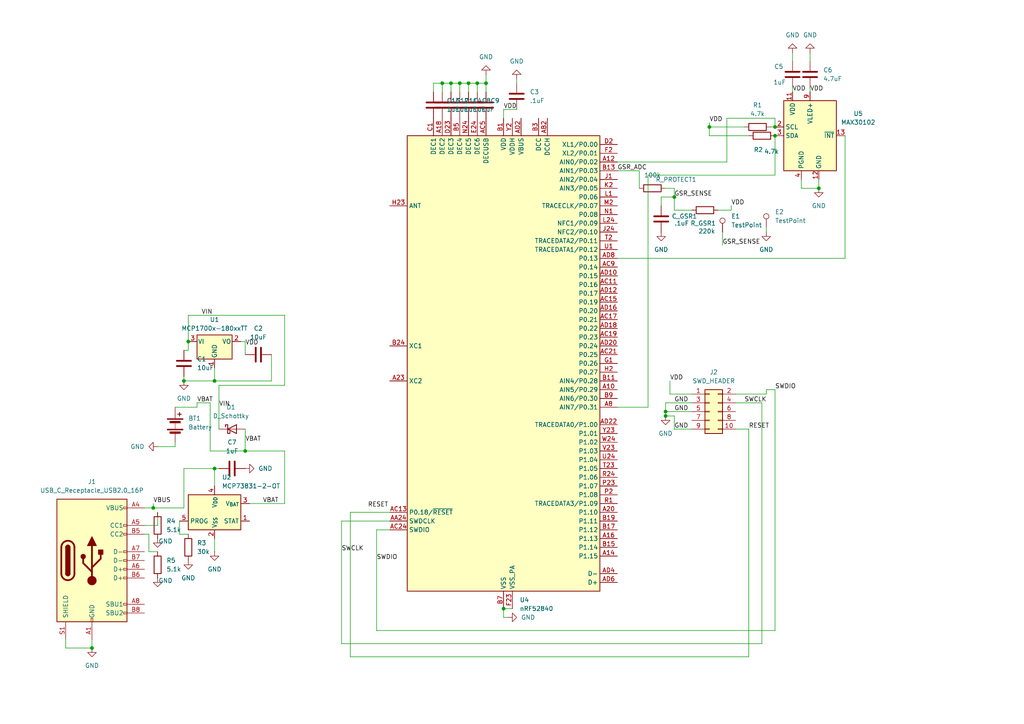
<source format=kicad_sch>
(kicad_sch (version 20250114) (generator "eeschema") (generator_version "9.0")
  (paper "A4")
  (lib_symbols
    (symbol "Battery_Management:MCP73831-2-OT"
      (property "Reference" "U" (at -7.62 6.35 0))
      (property "Value" "MCP73831-2-OT" (at 1.27 6.35 0))
      (symbol "MCP73831-2-OT_0_1"
        (rectangle (start -7.62 5.08) (end 7.62 -5.08) (stroke (width 0.254)) (fill (type background)))
      )
      (symbol "MCP73831-2-OT_1_1"
        (pin input line (at -10.16 -2.54 0) (length 2.54) (name "PROG") (number "5"))
        (pin power_in line (at 0 7.62 270) (length 2.54) (name "V_{DD}") (number "4"))
        (pin power_in line (at 0 -7.62 90) (length 2.54) (name "V_{SS}") (number "2"))
        (pin power_out line (at 10.16 2.54 180) (length 2.54) (name "V_{BAT}") (number "3"))
        (pin tri_state line (at 10.16 -2.54 180) (length 2.54) (name "STAT") (number "1"))
      )
    )
    (symbol "Connector:TestPoint" (pin_numbers (hide yes)) (pin_names (offset 0.762) (hide yes))
      (property "Reference" "TP" (at 0 6.858 0))
      (property "Value" "TestPoint" (at 0 5.08 0))
      (symbol "TestPoint_0_1"
        (circle (center 0 3.302) (radius 0.762))
      )
      (symbol "TestPoint_1_1"
        (pin passive line (at 0 0 90) (length 2.54) (name "1") (number "1"))
      )
    )
    (symbol "Connector:USB_C_Receptacle_USB2.0_16P" (pin_names (offset 1.016))
      (property "Reference" "J" (at 0 22.225 0))
      (property "Value" "USB_C_Receptacle_USB2.0_16P" (at 0 19.685 0))
      (symbol "USB_C_Receptacle_USB2.0_16P_0_0"
        (rectangle (start -0.254 -17.78) (end 0.254 -16.764))
        (rectangle (start 10.16 15.494) (end 9.144 14.986))
        (rectangle (start 10.16 10.414) (end 9.144 9.906))
        (rectangle (start 10.16 7.874) (end 9.144 7.366))
        (rectangle (start 10.16 2.794) (end 9.144 2.286))
        (rectangle (start 10.16 0.254) (end 9.144 -0.254))
        (rectangle (start 10.16 -2.286) (end 9.144 -2.794))
        (rectangle (start 10.16 -4.826) (end 9.144 -5.334))
        (rectangle (start 10.16 -12.446) (end 9.144 -12.954))
        (rectangle (start 10.16 -14.986) (end 9.144 -15.494))
      )
      (symbol "USB_C_Receptacle_USB2.0_16P_0_1"
        (rectangle (start -10.16 17.78) (end 10.16 -17.78) (stroke (width 0.254)) (fill (type background)))
        (polyline (pts (xy -8.89 -3.81) (xy -8.89 3.81)) (stroke (width 0.508)))
        (rectangle (start -7.62 -3.81) (end -6.35 3.81) (stroke (width 0.254)) (fill (type outline)))
        (arc (start -7.62 3.81) (mid -6.985 4.4423) (end -6.35 3.81) (stroke (width 0.254)))
        (arc (start -7.62 3.81) (mid -6.985 4.4423) (end -6.35 3.81) (stroke (width 0.254)) (fill (type outline)))
        (arc (start -8.89 3.81) (mid -6.985 5.7067) (end -5.08 3.81) (stroke (width 0.508)))
        (arc (start -5.08 -3.81) (mid -6.985 -5.7067) (end -8.89 -3.81) (stroke (width 0.508)))
        (arc (start -6.35 -3.81) (mid -6.985 -4.4423) (end -7.62 -3.81) (stroke (width 0.254)))
        (arc (start -6.35 -3.81) (mid -6.985 -4.4423) (end -7.62 -3.81) (stroke (width 0.254)) (fill (type outline)))
        (polyline (pts (xy -5.08 3.81) (xy -5.08 -3.81)) (stroke (width 0.508)))
        (circle (center -2.54 1.143) (radius 0.635) (stroke (width 0.254)) (fill (type outline)))
        (polyline (pts (xy -1.27 4.318) (xy 0 6.858) (xy 1.27 4.318) (xy -1.27 4.318)) (stroke (width 0.254)) (fill (type outline)))
        (polyline (pts (xy 0 -2.032) (xy 2.54 0.508) (xy 2.54 1.778)) (stroke (width 0.508)))
        (polyline (pts (xy 0 -3.302) (xy -2.54 -0.762) (xy -2.54 0.508)) (stroke (width 0.508)))
        (polyline (pts (xy 0 -5.842) (xy 0 4.318)) (stroke (width 0.508)))
        (circle (center 0 -5.842) (radius 1.27) (fill (type outline)))
        (rectangle (start 1.905 1.778) (end 3.175 3.048) (stroke (width 0.254)) (fill (type outline)))
      )
      (symbol "USB_C_Receptacle_USB2.0_16P_1_1"
        (pin passive line (at -7.62 -22.86 90) (length 5.08) (name "SHIELD") (number "S1"))
        (pin passive line (at 0 -22.86 90) (length 5.08) (name "GND") (number "A1"))
        (pin passive line (at 0 -22.86 90) (length 5.08) (hide yes) (name "GND") (number "A12"))
        (pin passive line (at 0 -22.86 90) (length 5.08) (hide yes) (name "GND") (number "B1"))
        (pin passive line (at 0 -22.86 90) (length 5.08) (hide yes) (name "GND") (number "B12"))
        (pin passive line (at 15.24 15.24 180) (length 5.08) (name "VBUS") (number "A4"))
        (pin passive line (at 15.24 15.24 180) (length 5.08) (hide yes) (name "VBUS") (number "A9"))
        (pin passive line (at 15.24 15.24 180) (length 5.08) (hide yes) (name "VBUS") (number "B4"))
        (pin passive line (at 15.24 15.24 180) (length 5.08) (hide yes) (name "VBUS") (number "B9"))
        (pin bidirectional line (at 15.24 10.16 180) (length 5.08) (name "CC1") (number "A5"))
        (pin bidirectional line (at 15.24 7.62 180) (length 5.08) (name "CC2") (number "B5"))
        (pin bidirectional line (at 15.24 2.54 180) (length 5.08) (name "D-") (number "A7"))
        (pin bidirectional line (at 15.24 0 180) (length 5.08) (name "D-") (number "B7"))
        (pin bidirectional line (at 15.24 -2.54 180) (length 5.08) (name "D+") (number "A6"))
        (pin bidirectional line (at 15.24 -5.08 180) (length 5.08) (name "D+") (number "B6"))
        (pin bidirectional line (at 15.24 -12.7 180) (length 5.08) (name "SBU1") (number "A8"))
        (pin bidirectional line (at 15.24 -15.24 180) (length 5.08) (name "SBU2") (number "B8"))
      )
    )
    (symbol "Connector_Generic:Conn_02x05_Odd_Even" (pin_names (offset 1.016) (hide yes))
      (property "Reference" "J" (at 1.27 7.62 0))
      (property "Value" "Conn_02x05_Odd_Even" (at 1.27 -7.62 0))
      (symbol "Conn_02x05_Odd_Even_1_1"
        (rectangle (start -1.27 6.35) (end 3.81 -6.35) (stroke (width 0.254)) (fill (type background)))
        (rectangle (start -1.27 5.207) (end 0 4.953) (stroke (width 0.1524)))
        (rectangle (start -1.27 2.667) (end 0 2.413) (stroke (width 0.1524)))
        (rectangle (start -1.27 0.127) (end 0 -0.127) (stroke (width 0.1524)))
        (rectangle (start -1.27 -2.413) (end 0 -2.667) (stroke (width 0.1524)))
        (rectangle (start -1.27 -4.953) (end 0 -5.207) (stroke (width 0.1524)))
        (rectangle (start 3.81 5.207) (end 2.54 4.953) (stroke (width 0.1524)))
        (rectangle (start 3.81 2.667) (end 2.54 2.413) (stroke (width 0.1524)))
        (rectangle (start 3.81 0.127) (end 2.54 -0.127) (stroke (width 0.1524)))
        (rectangle (start 3.81 -2.413) (end 2.54 -2.667) (stroke (width 0.1524)))
        (rectangle (start 3.81 -4.953) (end 2.54 -5.207) (stroke (width 0.1524)))
        (pin passive line (at -5.08 5.08 0) (length 3.81) (name "Pin_1") (number "1"))
        (pin passive line (at -5.08 2.54 0) (length 3.81) (name "Pin_3") (number "3"))
        (pin passive line (at -5.08 0 0) (length 3.81) (name "Pin_5") (number "5"))
        (pin passive line (at -5.08 -2.54 0) (length 3.81) (name "Pin_7") (number "7"))
        (pin passive line (at -5.08 -5.08 0) (length 3.81) (name "Pin_9") (number "9"))
        (pin passive line (at 7.62 5.08 180) (length 3.81) (name "Pin_2") (number "2"))
        (pin passive line (at 7.62 2.54 180) (length 3.81) (name "Pin_4") (number "4"))
        (pin passive line (at 7.62 0 180) (length 3.81) (name "Pin_6") (number "6"))
        (pin passive line (at 7.62 -2.54 180) (length 3.81) (name "Pin_8") (number "8"))
        (pin passive line (at 7.62 -5.08 180) (length 3.81) (name "Pin_10") (number "10"))
      )
    )
    (symbol "Device:Battery" (pin_numbers (hide yes)) (pin_names (offset 0) (hide yes))
      (property "Reference" "BT" (at 2.54 2.54 0))
      (property "Value" "Battery" (at 2.54 0 0))
      (symbol "Battery_0_1"
        (rectangle (start -2.286 1.778) (end 2.286 1.524) (fill (type outline)))
        (rectangle (start -2.286 -1.27) (end 2.286 -1.524) (fill (type outline)))
        (rectangle (start -1.524 1.016) (end 1.524 0.508) (fill (type outline)))
        (rectangle (start -1.524 -2.032) (end 1.524 -2.54) (fill (type outline)))
        (polyline (pts (xy 0 1.778) (xy 0 2.54)))
        (polyline (pts (xy 0 0) (xy 0 0.254)))
        (polyline (pts (xy 0 -0.508) (xy 0 -0.254)))
        (polyline (pts (xy 0 -1.016) (xy 0 -0.762)))
        (polyline (pts (xy 0.762 3.048) (xy 1.778 3.048)) (stroke (width 0.254)))
        (polyline (pts (xy 1.27 3.556) (xy 1.27 2.54)) (stroke (width 0.254)))
      )
      (symbol "Battery_1_1"
        (pin passive line (at 0 5.08 270) (length 2.54) (name "+") (number "1"))
        (pin passive line (at 0 -5.08 90) (length 2.54) (name "-") (number "2"))
      )
    )
    (symbol "Device:C" (pin_numbers (hide yes)) (pin_names (offset 0.254))
      (property "Reference" "C" (at 0.635 2.54 0))
      (property "Value" "C" (at 0.635 -2.54 0))
      (symbol "C_0_1"
        (polyline (pts (xy -2.032 0.762) (xy 2.032 0.762)) (stroke (width 0.508)))
        (polyline (pts (xy -2.032 -0.762) (xy 2.032 -0.762)) (stroke (width 0.508)))
      )
      (symbol "C_1_1"
        (pin passive line (at 0 3.81 270) (length 2.794) (name "~") (number "1"))
        (pin passive line (at 0 -3.81 90) (length 2.794) (name "~") (number "2"))
      )
    )
    (symbol "Device:D_Schottky" (pin_numbers (hide yes)) (pin_names (offset 1.016) (hide yes))
      (property "Reference" "D" (at 0 2.54 0))
      (property "Value" "D_Schottky" (at 0 -2.54 0))
      (symbol "D_Schottky_0_1"
        (polyline (pts (xy -1.905 0.635) (xy -1.905 1.27) (xy -1.27 1.27) (xy -1.27 -1.27) (xy -0.635 -1.27) (xy -0.635 -0.635)) (stroke (width 0.254)))
        (polyline (pts (xy 1.27 1.27) (xy 1.27 -1.27) (xy -1.27 0) (xy 1.27 1.27)) (stroke (width 0.254)))
        (polyline (pts (xy 1.27 0) (xy -1.27 0)))
      )
      (symbol "D_Schottky_1_1"
        (pin passive line (at -3.81 0 0) (length 2.54) (name "K") (number "1"))
        (pin passive line (at 3.81 0 180) (length 2.54) (name "A") (number "2"))
      )
    )
    (symbol "Device:R" (pin_numbers (hide yes)) (pin_names (offset 0))
      (property "Reference" "R" (at 2.032 0 90))
      (property "Value" "R" (at 0 0 90))
      (symbol "R_0_1"
        (rectangle (start -1.016 -2.54) (end 1.016 2.54) (stroke (width 0.254)))
      )
      (symbol "R_1_1"
        (pin passive line (at 0 3.81 270) (length 1.27) (name "~") (number "1"))
        (pin passive line (at 0 -3.81 90) (length 1.27) (name "~") (number "2"))
      )
    )
    (symbol "MCU_Nordic:nRF52840"
      (property "Reference" "U" (at 0 5.08 0))
      (property "Value" "nRF52840" (at 0 2.54 0))
      (symbol "nRF52840_0_1"
        (rectangle (start -27.94 66.04) (end 27.94 -66.04) (stroke (width 0.254)) (fill (type background)))
      )
      (symbol "nRF52840_1_1"
        (pin passive line (at -33.02 45.72 0) (length 5.08) (name "ANT") (number "H23"))
        (pin input line (at -33.02 5.08 0) (length 5.08) (name "XC1") (number "B24"))
        (pin input line (at -33.02 -5.08 0) (length 5.08) (name "XC2") (number "A23"))
        (pin bidirectional line (at -33.02 -43.18 0) (length 5.08) (name "P0.18/~{RESET}") (number "AC13"))
        (pin input line (at -33.02 -45.72 0) (length 5.08) (name "SWDCLK") (number "AA24"))
        (pin bidirectional line (at -33.02 -48.26 0) (length 5.08) (name "SWDIO") (number "AC24"))
        (pin passive line (at -20.32 71.12 270) (length 5.08) (name "DEC1") (number "C1"))
        (pin passive line (at -17.78 71.12 270) (length 5.08) (name "DEC2") (number "A18"))
        (pin passive line (at -15.24 71.12 270) (length 5.08) (name "DEC3") (number "D23"))
        (pin passive line (at -12.7 71.12 270) (length 5.08) (name "DEC4") (number "B5"))
        (pin passive line (at -10.16 71.12 270) (length 5.08) (name "DEC5") (number "N24"))
        (pin passive line (at -7.62 71.12 270) (length 5.08) (name "DEC6") (number "E24"))
        (pin passive line (at -5.08 71.12 270) (length 5.08) (name "DECUSB") (number "AC5"))
        (pin passive line (at 0 71.12 270) (length 5.08) (hide yes) (name "VDD") (number "A22"))
        (pin passive line (at 0 71.12 270) (length 5.08) (hide yes) (name "VDD") (number "AD14"))
        (pin passive line (at 0 71.12 270) (length 5.08) (hide yes) (name "VDD") (number "AD23"))
        (pin power_in line (at 0 71.12 270) (length 5.08) (name "VDD") (number "B1"))
        (pin passive line (at 0 71.12 270) (length 5.08) (hide yes) (name "VDD") (number "W1"))
        (pin power_in line (at 0 -71.12 90) (length 5.08) (name "VSS") (number "B7"))
        (pin passive line (at 0 -71.12 90) (length 5.08) (hide yes) (name "VSS") (number "EP"))
        (pin power_in line (at 2.54 71.12 270) (length 5.08) (name "VDDH") (number "Y2"))
        (pin power_in line (at 2.54 -71.12 90) (length 5.08) (name "VSS_PA") (number "F23"))
        (pin power_in line (at 5.08 71.12 270) (length 5.08) (name "VBUS") (number "AD2"))
        (pin power_out line (at 10.16 71.12 270) (length 5.08) (name "DCC") (number "B3"))
        (pin power_out line (at 12.7 71.12 270) (length 5.08) (name "DCCH") (number "AB2"))
        (pin bidirectional line (at 33.02 63.5 180) (length 5.08) (name "XL1/P0.00") (number "D2"))
        (pin bidirectional line (at 33.02 60.96 180) (length 5.08) (name "XL2/P0.01") (number "F2"))
        (pin bidirectional line (at 33.02 58.42 180) (length 5.08) (name "AIN0/P0.02") (number "A12"))
        (pin bidirectional line (at 33.02 55.88 180) (length 5.08) (name "AIN1/P0.03") (number "B13"))
        (pin bidirectional line (at 33.02 53.34 180) (length 5.08) (name "AIN2/P0.04") (number "J1"))
        (pin bidirectional line (at 33.02 50.8 180) (length 5.08) (name "AIN3/P0.05") (number "K2"))
        (pin bidirectional line (at 33.02 48.26 180) (length 5.08) (name "P0.06") (number "L1"))
        (pin bidirectional line (at 33.02 45.72 180) (length 5.08) (name "TRACECLK/P0.07") (number "M2"))
        (pin bidirectional line (at 33.02 43.18 180) (length 5.08) (name "P0.08") (number "N1"))
        (pin bidirectional line (at 33.02 40.64 180) (length 5.08) (name "NFC1/P0.09") (number "L24"))
        (pin bidirectional line (at 33.02 38.1 180) (length 5.08) (name "NFC2/P0.10") (number "J24"))
        (pin bidirectional line (at 33.02 35.56 180) (length 5.08) (name "TRACEDATA2/P0.11") (number "T2"))
        (pin bidirectional line (at 33.02 33.02 180) (length 5.08) (name "TRACEDATA1/P0.12") (number "U1"))
        (pin bidirectional line (at 33.02 30.48 180) (length 5.08) (name "P0.13") (number "AD8"))
        (pin bidirectional line (at 33.02 27.94 180) (length 5.08) (name "P0.14") (number "AC9"))
        (pin bidirectional line (at 33.02 25.4 180) (length 5.08) (name "P0.15") (number "AD10"))
        (pin bidirectional line (at 33.02 22.86 180) (length 5.08) (name "P0.16") (number "AC11"))
        (pin bidirectional line (at 33.02 20.32 180) (length 5.08) (name "P0.17") (number "AD12"))
        (pin bidirectional line (at 33.02 17.78 180) (length 5.08) (name "P0.19") (number "AC15"))
        (pin bidirectional line (at 33.02 15.24 180) (length 5.08) (name "P0.20") (number "AD16"))
        (pin bidirectional line (at 33.02 12.7 180) (length 5.08) (name "P0.21") (number "AC17"))
        (pin bidirectional line (at 33.02 10.16 180) (length 5.08) (name "P0.22") (number "AD18"))
        (pin bidirectional line (at 33.02 7.62 180) (length 5.08) (name "P0.23") (number "AC19"))
        (pin bidirectional line (at 33.02 5.08 180) (length 5.08) (name "P0.24") (number "AD20"))
        (pin bidirectional line (at 33.02 2.54 180) (length 5.08) (name "P0.25") (number "AC21"))
        (pin bidirectional line (at 33.02 0 180) (length 5.08) (name "P0.26") (number "G1"))
        (pin bidirectional line (at 33.02 -2.54 180) (length 5.08) (name "P0.27") (number "H2"))
        (pin bidirectional line (at 33.02 -5.08 180) (length 5.08) (name "AIN4/P0.28") (number "B11"))
        (pin bidirectional line (at 33.02 -7.62 180) (length 5.08) (name "AIN5/P0.29") (number "A10"))
        (pin bidirectional line (at 33.02 -10.16 180) (length 5.08) (name "AIN6/P0.30") (number "B9"))
        (pin bidirectional line (at 33.02 -12.7 180) (length 5.08) (name "AIN7/P0.31") (number "A8"))
        (pin bidirectional line (at 33.02 -17.78 180) (length 5.08) (name "TRACEDATA0/P1.00") (number "AD22"))
        (pin bidirectional line (at 33.02 -20.32 180) (length 5.08) (name "P1.01") (number "Y23"))
        (pin bidirectional line (at 33.02 -22.86 180) (length 5.08) (name "P1.02") (number "W24"))
        (pin bidirectional line (at 33.02 -25.4 180) (length 5.08) (name "P1.03") (number "V23"))
        (pin bidirectional line (at 33.02 -27.94 180) (length 5.08) (name "P1.04") (number "U24"))
        (pin bidirectional line (at 33.02 -30.48 180) (length 5.08) (name "P1.05") (number "T23"))
        (pin bidirectional line (at 33.02 -33.02 180) (length 5.08) (name "P1.06") (number "R24"))
        (pin bidirectional line (at 33.02 -35.56 180) (length 5.08) (name "P1.07") (number "P23"))
        (pin bidirectional line (at 33.02 -38.1 180) (length 5.08) (name "P1.08") (number "P2"))
        (pin bidirectional line (at 33.02 -40.64 180) (length 5.08) (name "TRACEDATA3/P1.09") (number "R1"))
        (pin bidirectional line (at 33.02 -43.18 180) (length 5.08) (name "P1.10") (number "A20"))
        (pin bidirectional line (at 33.02 -45.72 180) (length 5.08) (name "P1.11") (number "B19"))
        (pin bidirectional line (at 33.02 -48.26 180) (length 5.08) (name "P1.12") (number "B17"))
        (pin bidirectional line (at 33.02 -50.8 180) (length 5.08) (name "P1.13") (number "A16"))
        (pin bidirectional line (at 33.02 -53.34 180) (length 5.08) (name "P1.14") (number "B15"))
        (pin bidirectional line (at 33.02 -55.88 180) (length 5.08) (name "P1.15") (number "A14"))
        (pin bidirectional line (at 33.02 -60.96 180) (length 5.08) (name "D-") (number "AD4"))
        (pin bidirectional line (at 33.02 -63.5 180) (length 5.08) (name "D+") (number "AD6"))
      )
    )
    (symbol "Regulator_Linear:MCP1700x-180xxTT" (pin_names (offset 0.254))
      (property "Reference" "U" (at -3.81 3.175 0))
      (property "Value" "MCP1700x-180xxTT" (at 0 3.175 0))
      (symbol "MCP1700x-180xxTT_0_1"
        (rectangle (start -5.08 1.905) (end 5.08 -5.08) (stroke (width 0.254)) (fill (type background)))
      )
      (symbol "MCP1700x-180xxTT_1_1"
        (pin power_in line (at -7.62 0 0) (length 2.54) (name "VI") (number "3"))
        (pin power_in line (at 0 -7.62 90) (length 2.54) (name "GND") (number "1"))
        (pin power_out line (at 7.62 0 180) (length 2.54) (name "VO") (number "2"))
      )
    )
    (symbol "Sensor:MAX30102"
      (property "Reference" "U" (at 7.62 15.24 0))
      (property "Value" "MAX30102" (at 7.62 12.7 0))
      (symbol "MAX30102_0_1"
        (rectangle (start -7.62 10.16) (end 7.62 -10.16) (stroke (width 0.254)) (fill (type background)))
      )
      (symbol "MAX30102_1_1"
        (pin input line (at -10.16 2.54 0) (length 2.54) (name "SCL") (number "2"))
        (pin bidirectional line (at -10.16 0 0) (length 2.54) (name "SDA") (number "3"))
        (pin no_connect line (at -7.62 5.08 0) (length 2.54) (hide yes) (name "NC") (number "1"))
        (pin no_connect line (at -7.62 -2.54 0) (length 2.54) (hide yes) (name "NC") (number "7"))
        (pin power_in line (at -5.08 12.7 270) (length 2.54) (name "VDD") (number "11"))
        (pin power_in line (at -2.54 -12.7 90) (length 2.54) (name "PGND") (number "4"))
        (pin passive line (at 0 12.7 270) (length 2.54) (hide yes) (name "VLED+") (number "10"))
        (pin power_in line (at 0 12.7 270) (length 2.54) (name "VLED+") (number "9"))
        (pin power_in line (at 2.54 -12.7 90) (length 2.54) (name "GND") (number "12"))
        (pin no_connect line (at 7.62 5.08 180) (length 2.54) (hide yes) (name "NC") (number "8"))
        (pin no_connect line (at 7.62 2.54 180) (length 2.54) (hide yes) (name "NC") (number "14"))
        (pin no_connect line (at 7.62 -5.08 180) (length 2.54) (hide yes) (name "NC") (number "6"))
        (pin no_connect line (at 7.62 -7.62 180) (length 2.54) (hide yes) (name "NC") (number "5"))
        (pin output line (at 10.16 0 180) (length 2.54) (name "~{INT}") (number "13"))
      )
    )
    (symbol "power:GND" (power) (pin_numbers (hide yes)) (pin_names (offset 0) (hide yes))
      (property "Value" "GND" (at 0 -3.81 0))
      (symbol "GND_0_1"
        (polyline (pts (xy 0 0) (xy 0 -1.27) (xy 1.27 -1.27) (xy 0 -2.54) (xy -1.27 -1.27) (xy 0 -1.27)))
      )
      (symbol "GND_1_1"
        (pin power_in line (at 0 0 270) (length 0) (name "~") (number "1"))
      )
    )
  )
  (junction (at 53.34 110.49))
  (junction (at 140.97 24.13))
  (junction (at 193.04 120.65))
  (junction (at 195.58 57.15))
  (junction (at 205.74 36.83))
  (junction (at 146.05 176.53))
  (junction (at 224.79 36.83))
  (junction (at 130.81 24.13))
  (junction (at 62.23 135.89))
  (junction (at 193.04 119.38))
  (junction (at 62.23 110.49))
  (junction (at 237.49 54.61))
  (junction (at 128.27 24.13))
  (junction (at 224.79 39.37))
  (junction (at 133.35 24.13))
  (junction (at 135.89 24.13))
  (junction (at 71.12 130.81))
  (junction (at 54.61 99.06))
  (junction (at 26.67 187.96))
  (junction (at 44.45 147.32))
  (junction (at 138.43 24.13))
  (wire (pts (xy 138.43 24.13) (xy 140.97 24.13)))
  (wire (pts (xy 53.34 109.22) (xy 53.34 110.49)))
  (wire (pts (xy 213.36 116.84) (xy 220.98 116.84)))
  (wire (pts (xy 125.73 24.13) (xy 128.27 24.13)))
  (wire (pts (xy 194.31 114.3) (xy 194.31 110.49)))
  (wire (pts (xy 101.6 148.59) (xy 101.6 190.5)))
  (wire (pts (xy 41.91 147.32) (xy 44.45 147.32)))
  (wire (pts (xy 224.79 113.03) (xy 222.25 113.03)))
  (wire (pts (xy 191.77 59.69) (xy 191.77 57.15)))
  (wire (pts (xy 179.07 46.99) (xy 210.82 46.99)))
  (wire (pts (xy 44.45 146.05) (xy 44.45 147.32)))
  (wire (pts (xy 99.06 151.13) (xy 113.03 151.13)))
  (wire (pts (xy 45.72 148.59) (xy 45.72 152.4)))
  (wire (pts (xy 60.96 130.81) (xy 71.12 130.81)))
  (wire (pts (xy 53.34 147.32) (xy 53.34 135.89)))
  (wire (pts (xy 208.28 60.96) (xy 212.09 60.96)))
  (wire (pts (xy 45.72 160.02) (xy 43.18 160.02)))
  (wire (pts (xy 210.82 34.29) (xy 224.79 34.29)))
  (wire (pts (xy 45.72 129.54) (xy 50.8 129.54)))
  (wire (pts (xy 229.87 25.4) (xy 229.87 26.67)))
  (wire (pts (xy 57.15 118.11) (xy 57.15 116.84)))
  (wire (pts (xy 234.95 15.24) (xy 234.95 17.78)))
  (wire (pts (xy 146.05 176.53) (xy 148.59 176.53)))
  (wire (pts (xy 63.5 124.46) (xy 63.5 111.76)))
  (wire (pts (xy 200.66 124.46) (xy 195.58 124.46)))
  (wire (pts (xy 62.23 156.21) (xy 62.23 160.02)))
  (wire (pts (xy 149.86 22.86) (xy 149.86 24.13)))
  (wire (pts (xy 224.79 113.03) (xy 224.79 182.88)))
  (wire (pts (xy 71.12 124.46) (xy 71.12 130.81)))
  (wire (pts (xy 53.34 110.49) (xy 62.23 110.49)))
  (wire (pts (xy 62.23 135.89) (xy 63.5 135.89)))
  (wire (pts (xy 195.58 57.15) (xy 195.58 60.96)))
  (wire (pts (xy 187.96 50.8) (xy 224.79 50.8)))
  (wire (pts (xy 130.81 24.13) (xy 133.35 24.13)))
  (wire (pts (xy 71.12 99.06) (xy 71.12 102.87)))
  (wire (pts (xy 50.8 118.11) (xy 57.15 118.11)))
  (wire (pts (xy 195.58 120.65) (xy 193.04 120.65)))
  (wire (pts (xy 109.22 153.67) (xy 109.22 182.88)))
  (wire (pts (xy 220.98 116.84) (xy 220.98 186.69)))
  (wire (pts (xy 200.66 114.3) (xy 194.31 114.3)))
  (wire (pts (xy 217.17 190.5) (xy 217.17 124.46)))
  (wire (pts (xy 62.23 135.89) (xy 62.23 140.97)))
  (wire (pts (xy 54.61 91.44) (xy 54.61 99.06)))
  (wire (pts (xy 209.55 71.12) (xy 209.55 67.31)))
  (wire (pts (xy 43.18 154.94) (xy 41.91 154.94)))
  (wire (pts (xy 232.41 52.07) (xy 232.41 54.61)))
  (wire (pts (xy 205.74 39.37) (xy 217.17 39.37)))
  (wire (pts (xy 19.05 187.96) (xy 26.67 187.96)))
  (wire (pts (xy 146.05 176.53) (xy 146.05 179.07)))
  (wire (pts (xy 245.11 74.93) (xy 245.11 39.37)))
  (wire (pts (xy 52.07 151.13) (xy 52.07 154.94)))
  (wire (pts (xy 224.79 50.8) (xy 224.79 39.37)))
  (wire (pts (xy 50.8 128.27) (xy 50.8 129.54)))
  (wire (pts (xy 62.23 110.49) (xy 78.74 110.49)))
  (wire (pts (xy 193.04 54.61) (xy 195.58 54.61)))
  (wire (pts (xy 146.05 31.75) (xy 149.86 31.75)))
  (wire (pts (xy 140.97 24.13) (xy 140.97 26.67)))
  (wire (pts (xy 113.03 153.67) (xy 109.22 153.67)))
  (wire (pts (xy 52.07 154.94) (xy 54.61 154.94)))
  (wire (pts (xy 179.07 74.93) (xy 245.11 74.93)))
  (wire (pts (xy 187.96 118.11) (xy 187.96 50.8)))
  (wire (pts (xy 45.72 152.4) (xy 41.91 152.4)))
  (wire (pts (xy 224.79 34.29) (xy 224.79 36.83)))
  (wire (pts (xy 99.06 186.69) (xy 220.98 186.69)))
  (wire (pts (xy 146.05 179.07) (xy 147.32 179.07)))
  (wire (pts (xy 212.09 60.96) (xy 212.09 59.69)))
  (wire (pts (xy 232.41 54.61) (xy 237.49 54.61)))
  (wire (pts (xy 57.15 116.84) (xy 60.96 116.84)))
  (wire (pts (xy 54.61 101.6) (xy 53.34 101.6)))
  (wire (pts (xy 135.89 26.67) (xy 135.89 24.13)))
  (wire (pts (xy 133.35 24.13) (xy 135.89 24.13)))
  (wire (pts (xy 200.66 119.38) (xy 193.04 119.38)))
  (wire (pts (xy 195.58 54.61) (xy 195.58 57.15)))
  (wire (pts (xy 222.25 113.03) (xy 222.25 114.3)))
  (wire (pts (xy 82.55 91.44) (xy 54.61 91.44)))
  (wire (pts (xy 205.74 35.56) (xy 205.74 36.83)))
  (wire (pts (xy 26.67 185.42) (xy 26.67 187.96)))
  (wire (pts (xy 135.89 24.13) (xy 138.43 24.13)))
  (wire (pts (xy 53.34 135.89) (xy 62.23 135.89)))
  (wire (pts (xy 44.45 147.32) (xy 53.34 147.32)))
  (wire (pts (xy 63.5 111.76) (xy 82.55 111.76)))
  (wire (pts (xy 223.52 36.83) (xy 224.79 36.83)))
  (wire (pts (xy 200.66 60.96) (xy 195.58 60.96)))
  (wire (pts (xy 215.9 36.83) (xy 205.74 36.83)))
  (wire (pts (xy 128.27 24.13) (xy 130.81 24.13)))
  (wire (pts (xy 128.27 26.67) (xy 128.27 24.13)))
  (wire (pts (xy 19.05 185.42) (xy 19.05 187.96)))
  (wire (pts (xy 191.77 57.15) (xy 195.58 57.15)))
  (wire (pts (xy 71.12 99.06) (xy 69.85 99.06)))
  (wire (pts (xy 133.35 26.67) (xy 133.35 24.13)))
  (wire (pts (xy 210.82 46.99) (xy 210.82 34.29)))
  (wire (pts (xy 109.22 182.88) (xy 224.79 182.88)))
  (wire (pts (xy 179.07 118.11) (xy 187.96 118.11)))
  (wire (pts (xy 125.73 26.67) (xy 125.73 24.13)))
  (wire (pts (xy 234.95 26.67) (xy 234.95 25.4)))
  (wire (pts (xy 140.97 21.59) (xy 140.97 24.13)))
  (wire (pts (xy 60.96 116.84) (xy 60.96 130.81)))
  (wire (pts (xy 99.06 186.69) (xy 99.06 151.13)))
  (wire (pts (xy 82.55 130.81) (xy 82.55 146.05)))
  (wire (pts (xy 193.04 119.38) (xy 193.04 120.65)))
  (wire (pts (xy 138.43 26.67) (xy 138.43 24.13)))
  (wire (pts (xy 43.18 160.02) (xy 43.18 154.94)))
  (wire (pts (xy 82.55 111.76) (xy 82.55 91.44)))
  (wire (pts (xy 113.03 148.59) (xy 101.6 148.59)))
  (wire (pts (xy 101.6 190.5) (xy 217.17 190.5)))
  (wire (pts (xy 71.12 130.81) (xy 82.55 130.81)))
  (wire (pts (xy 146.05 34.29) (xy 146.05 31.75)))
  (wire (pts (xy 217.17 124.46) (xy 213.36 124.46)))
  (wire (pts (xy 78.74 102.87) (xy 78.74 110.49)))
  (wire (pts (xy 195.58 124.46) (xy 195.58 120.65)))
  (wire (pts (xy 82.55 146.05) (xy 72.39 146.05)))
  (wire (pts (xy 222.25 66.04) (xy 222.25 67.31)))
  (wire (pts (xy 62.23 106.68) (xy 62.23 110.49)))
  (wire (pts (xy 193.04 116.84) (xy 193.04 119.38)))
  (wire (pts (xy 185.42 49.53) (xy 179.07 49.53)))
  (wire (pts (xy 237.49 52.07) (xy 237.49 54.61)))
  (wire (pts (xy 200.66 116.84) (xy 193.04 116.84)))
  (wire (pts (xy 54.61 99.06) (xy 54.61 101.6)))
  (wire (pts (xy 130.81 26.67) (xy 130.81 24.13)))
  (wire (pts (xy 213.36 114.3) (xy 222.25 114.3)))
  (wire (pts (xy 185.42 54.61) (xy 185.42 49.53)))
  (wire (pts (xy 205.74 36.83) (xy 205.74 39.37)))
  (wire (pts (xy 229.87 15.24) (xy 229.87 17.78)))
  (label "GND" (at 195.58 119.38 0))
  (label "GSR_SENSE" (at 209.55 71.12 0))
  (label "VIN" (at 63.5 118.11 0))
  (label "VBAT" (at 57.15 116.84 0))
  (label "SWDIO" (at 109.22 162.56 0))
  (label "GSR_ADC" (at 179.07 49.53 0))
  (label "VDD" (at 71.12 100.33 0))
  (label "VDD" (at 212.09 59.69 0))
  (label "RESET" (at 217.17 124.46 0))
  (label "VBAT" (at 76.2 146.05 0))
  (label "VDD" (at 146.05 31.75 0))
  (label "GND" (at 195.58 124.46 0))
  (label "GND" (at 195.58 116.84 0))
  (label "VDD" (at 205.74 35.56 0))
  (label "VBUS" (at 44.45 146.05 0))
  (label "RESET" (at 106.68 147.32 0))
  (label "SWCLK" (at 215.9 116.84 0))
  (label "GSR_SENSE" (at 195.58 57.15 0))
  (label "VDD" (at 194.31 110.49 0))
  (label "VBAT" (at 71.12 128.27 0))
  (label "SWCLK" (at 99.06 160.02 0))
  (label "VIN" (at 58.42 91.44 0))
  (label "VDD" (at 234.95 26.67 0))
  (label "VDD" (at 229.87 26.67 0))
  (label "SWDIO" (at 224.79 113.03 0))
  (symbol (lib_id "Device:R") (at 54.61 158.75 0) (unit 1)
    (property "Reference" "R3" (at 57.15 157.4799 0) (effects (justify left)))
    (property "Value" "30k" (at 57.15 160.0199 0) (effects (justify left)))
    (property "Footprint" "Resistor_SMD:R_0603_1608Metric" (effects (hide yes)))
    (property "Description" "Resistor" (effects (hide yes)))
  )
  (symbol (lib_id "Device:R") (at 189.23 54.61 90) (unit 1)
    (property "Reference" "R_PROTECT1" (at 196.088 52.07 90))
    (property "Value" "100k" (at 189.23 50.8 90))
    (property "Footprint" "Resistor_SMD:R_0603_1608Metric" (effects (hide yes)))
    (property "Description" "Resistor" (effects (hide yes)))
  )
  (symbol (lib_id "power:GND") (at 237.49 54.61 0) (unit 1)
    (property "Reference" "#PWR05" (effects (hide yes)))
    (property "Value" "GND" (at 237.49 59.69 0))
    (property "Description" "Power symbol creates a global label with name \"GND\" , ground" (effects (hide yes)))
  )
  (symbol (lib_id "Device:R") (at 204.47 60.96 90) (unit 1)
    (property "Reference" "R_GSR1" (at 203.962 64.77 90))
    (property "Value" "220k" (at 204.978 67.056 90))
    (property "Footprint" "Resistor_SMD:R_0603_1608Metric" (effects (hide yes)))
    (property "Description" "Resistor" (effects (hide yes)))
  )
  (symbol (lib_id "Connector:TestPoint") (at 209.55 67.31 0) (unit 1)
    (property "Reference" "E1" (at 212.09 62.7379 0) (effects (justify left)))
    (property "Value" "TestPoint" (at 212.09 65.2779 0) (effects (justify left)))
    (property "Footprint" "TestPoint:TestPoint_Pad_D2.0mm" (effects (hide yes)))
    (property "Description" "test point" (effects (hide yes)))
  )
  (symbol (lib_id "Regulator_Linear:MCP1700x-180xxTT") (at 62.23 99.06 0) (unit 1)
    (property "Reference" "U1" (at 62.23 92.71 0))
    (property "Value" "MCP1700x-180xxTT" (at 62.23 95.25 0))
    (property "Footprint" "Package_TO_SOT_SMD:SOT-23" (effects (hide yes)))
    (property "Datasheet" "http://ww1.microchip.com/downloads/en/DeviceDoc/20001826D.pdf" (effects (hide yes)))
    (property "Description" "250mA Low Quiscent Current LDO, 1.8V output, SOT-23" (effects (hide yes)))
  )
  (symbol (lib_id "Device:C") (at 138.43 30.48 0) (unit 1)
    (property "Reference" "C9" (at 142.24 29.2099 0) (effects (justify left)))
    (property "Value" "1uF" (effects (hide yes)))
    (property "Footprint" "Capacitor_SMD:C_0603_1608Metric" (effects (hide yes)))
    (property "Description" "Unpolarized capacitor" (effects (hide yes)))
  )
  (symbol (lib_id "Device:C") (at 128.27 30.48 0) (unit 1)
    (property "Reference" "C12" (at 132.08 29.2099 0) (effects (justify left)))
    (property "Value" "1uF" (at 132.08 31.7499 0) (effects (justify left)))
    (property "Footprint" "Capacitor_SMD:C_0603_1608Metric" (effects (hide yes)))
    (property "Description" "Unpolarized capacitor" (effects (hide yes)))
  )
  (symbol (lib_id "power:GND") (at 26.67 187.96 0) (unit 1)
    (property "Reference" "#PWR011" (effects (hide yes)))
    (property "Value" "GND" (at 26.67 193.04 0))
    (property "Description" "Power symbol creates a global label with name \"GND\" , ground" (effects (hide yes)))
  )
  (symbol (lib_id "Device:R") (at 45.72 152.4 180) (unit 1)
    (property "Reference" "R4" (at 48.26 151.1299 0) (effects (justify right)))
    (property "Value" "5.1k" (at 48.26 153.6699 0) (effects (justify right)))
    (property "Footprint" "Resistor_SMD:R_0603_1608Metric" (effects (hide yes)))
    (property "Description" "Resistor" (effects (hide yes)))
  )
  (symbol (lib_id "Device:D_Schottky") (at 67.31 124.46 0) (unit 1)
    (property "Reference" "D1" (at 66.9925 118.11 0))
    (property "Value" "D_Schottky" (at 66.9925 120.65 0))
    (property "Footprint" "Diode_SMD:D_SOD-123" (effects (hide yes)))
    (property "Description" "Schottky diode" (effects (hide yes)))
  )
  (symbol (lib_id "power:GND") (at 71.12 135.89 90) (unit 1)
    (property "Reference" "#PWR013" (effects (hide yes)))
    (property "Value" "GND" (at 74.93 135.8899 90) (effects (justify right)))
    (property "Description" "Power symbol creates a global label with name \"GND\" , ground" (effects (hide yes)))
  )
  (symbol (lib_id "Device:C") (at 149.86 27.94 0) (unit 1)
    (property "Reference" "C3" (at 153.67 26.6699 0) (effects (justify left)))
    (property "Value" ".1uF" (at 153.67 29.2099 0) (effects (justify left)))
    (property "Footprint" "Capacitor_SMD:C_0603_1608Metric" (effects (hide yes)))
    (property "Description" "Unpolarized capacitor" (effects (hide yes)))
  )
  (symbol (lib_id "Device:C") (at 140.97 30.48 0) (unit 1)
    (property "Reference" "C10" (effects (hide yes)))
    (property "Value" "1uF" (effects (hide yes)))
    (property "Footprint" "Capacitor_SMD:C_0603_1608Metric" (effects (hide yes)))
    (property "Description" "Unpolarized capacitor" (effects (hide yes)))
  )
  (symbol (lib_id "power:GND") (at 53.34 110.49 0) (unit 1)
    (property "Reference" "#PWR03" (effects (hide yes)))
    (property "Value" "GND" (at 53.34 115.57 0))
    (property "Description" "Power symbol creates a global label with name \"GND\" , ground" (effects (hide yes)))
  )
  (symbol (lib_id "Connector:TestPoint") (at 222.25 66.04 0) (unit 1)
    (property "Reference" "E2" (at 224.79 61.4679 0) (effects (justify left)))
    (property "Value" "TestPoint" (at 224.79 64.0079 0) (effects (justify left)))
    (property "Footprint" "Connector_Wire:SolderWire-0.1sqmm_1x01_D0.4mm_OD1mm" (effects (hide yes)))
    (property "Description" "test point" (effects (hide yes)))
  )
  (symbol (lib_id "Connector_Generic:Conn_02x05_Odd_Even") (at 205.74 119.38 0) (unit 1)
    (property "Reference" "J2" (at 207.01 107.95 0))
    (property "Value" "SWD_HEADER" (at 207.01 110.49 0))
    (property "Footprint" "Connector_PinHeader_1.27mm:PinHeader_2x05_P1.27mm_Vertical" (effects (hide yes)))
    (property "Description" "Generic connector, double row, 02x05, odd/even pin numbering scheme (row 1 odd numbers, row 2 even numbers), script generated (kicad-library-utils/schlib/autogen/connector/)" (effects (hide yes)))
  )
  (symbol (lib_id "Device:C") (at 53.34 105.41 0) (unit 1)
    (property "Reference" "C1" (at 57.15 104.1399 0) (effects (justify left)))
    (property "Value" "10uF" (at 57.15 106.6799 0) (effects (justify left)))
    (property "Footprint" "Capacitor_SMD:C_0603_1608Metric" (effects (hide yes)))
    (property "Description" "Unpolarized capacitor" (effects (hide yes)))
  )
  (symbol (lib_id "power:GND") (at 229.87 15.24 180) (unit 1)
    (property "Reference" "#PWR02" (effects (hide yes)))
    (property "Value" "GND" (at 229.87 10.16 0))
    (property "Description" "Power symbol creates a global label with name \"GND\" , ground" (effects (hide yes)))
  )
  (symbol (lib_id "power:GND") (at 45.72 156.21 0) (unit 1)
    (property "Reference" "#PWR08" (effects (hide yes)))
    (property "Value" "GND" (at 48.006 156.972 0))
    (property "Description" "Power symbol creates a global label with name \"GND\" , ground" (effects (hide yes)))
  )
  (symbol (lib_id "power:GND") (at 234.95 15.24 180) (unit 1)
    (property "Reference" "#PWR04" (effects (hide yes)))
    (property "Value" "GND" (at 234.95 10.16 0))
    (property "Description" "Power symbol creates a global label with name \"GND\" , ground" (effects (hide yes)))
  )
  (symbol (lib_id "power:GND") (at 191.77 67.31 0) (unit 1)
    (property "Reference" "#PWR016" (effects (hide yes)))
    (property "Value" "GND" (at 191.77 72.39 0))
    (property "Description" "Power symbol creates a global label with name \"GND\" , ground" (effects (hide yes)))
  )
  (symbol (lib_id "Device:Battery") (at 50.8 123.19 0) (unit 1)
    (property "Reference" "BT1" (at 54.61 121.3484 0) (effects (justify left)))
    (property "Value" "Battery" (at 54.61 123.8884 0) (effects (justify left)))
    (property "Footprint" "Connector_Wire:SolderWire-0.127sqmm_1x02_P3.7mm_D0.48mm_OD1mm" (effects (hide yes)))
    (property "Description" "Multiple-cell battery" (effects (hide yes)))
  )
  (symbol (lib_id "Device:C") (at 135.89 30.48 0) (unit 1)
    (property "Reference" "C8" (at 139.7 29.2099 0) (effects (justify left)))
    (property "Value" "1uF" (at 139.7 31.7499 0) (effects (justify left)))
    (property "Footprint" "Capacitor_SMD:C_0603_1608Metric" (effects (hide yes)))
    (property "Description" "Unpolarized capacitor" (effects (hide yes)))
  )
  (symbol (lib_id "power:GND") (at 140.97 21.59 180) (unit 1)
    (property "Reference" "#PWR014" (effects (hide yes)))
    (property "Value" "GND" (at 140.97 16.51 0))
    (property "Description" "Power symbol creates a global label with name \"GND\" , ground" (effects (hide yes)))
  )
  (symbol (lib_id "power:GND") (at 45.72 167.64 0) (unit 1)
    (property "Reference" "#PWR09" (effects (hide yes)))
    (property "Value" "GND" (at 48.006 168.402 0))
    (property "Description" "Power symbol creates a global label with name \"GND\" , ground" (effects (hide yes)))
  )
  (symbol (lib_id "power:GND") (at 147.32 179.07 90) (unit 1)
    (property "Reference" "#PWR01" (effects (hide yes)))
    (property "Value" "GND" (at 151.13 179.0699 90) (effects (justify right)))
    (property "Description" "Power symbol creates a global label with name \"GND\" , ground" (effects (hide yes)))
  )
  (symbol (lib_id "Device:C") (at 133.35 30.48 0) (unit 1)
    (property "Reference" "C4" (at 137.16 29.2099 0) (effects (justify left)))
    (property "Value" "1uF" (at 137.16 31.7499 0) (effects (justify left)))
    (property "Footprint" "Capacitor_SMD:C_0603_1608Metric" (effects (hide yes)))
    (property "Description" "Unpolarized capacitor" (effects (hide yes)))
  )
  (symbol (lib_id "Sensor:MAX30102") (at 234.95 39.37 0) (unit 1)
    (property "Reference" "U5" (at 248.92 32.9498 0))
    (property "Value" "MAX30102" (at 248.92 35.4898 0))
    (property "Footprint" "OptoDevice:Maxim_OLGA-14_3.3x5.6mm_P0.8mm" (effects (hide yes)))
    (property "Datasheet" "https://datasheets.maximintegrated.com/en/ds/MAX30102.pdf" (effects (hide yes)))
    (property "Description" "Heart Rate Sensor, 14-OLGA" (effects (hide yes)))
  )
  (symbol (lib_id "power:GND") (at 62.23 160.02 0) (unit 1)
    (property "Reference" "#PWR010" (effects (hide yes)))
    (property "Value" "GND" (at 62.23 165.1 0))
    (property "Description" "Power symbol creates a global label with name \"GND\" , ground" (effects (hide yes)))
  )
  (symbol (lib_id "Device:C") (at 125.73 30.48 0) (unit 1)
    (property "Reference" "C13" (at 129.54 29.2099 0) (effects (justify left)))
    (property "Value" "1uF" (at 129.54 31.7499 0) (effects (justify left)))
    (property "Footprint" "Capacitor_SMD:C_0603_1608Metric" (effects (hide yes)))
    (property "Description" "Unpolarized capacitor" (effects (hide yes)))
  )
  (symbol (lib_id "Connector:USB_C_Receptacle_USB2.0_16P") (at 26.67 162.56 0) (unit 1)
    (property "Reference" "J1" (at 26.67 139.7 0))
    (property "Value" "USB_C_Receptacle_USB2.0_16P" (at 26.67 142.24 0))
    (property "Footprint" "Connector_USB:USB_C_Receptacle_HRO_TYPE-C-31-M-12" (effects (hide yes)))
    (property "Datasheet" "https://www.usb.org/sites/default/files/documents/usb_type-c.zip" (effects (hide yes)))
    (property "Description" "USB 2.0-only 16P Type-C Receptacle connector" (effects (hide yes)))
  )
  (symbol (lib_id "power:GND") (at 45.72 129.54 270) (unit 1)
    (property "Reference" "#PWR06" (effects (hide yes)))
    (property "Value" "GND" (at 41.91 129.5399 90) (effects (justify right)))
    (property "Description" "Power symbol creates a global label with name \"GND\" , ground" (effects (hide yes)))
  )
  (symbol (lib_id "Device:R") (at 219.71 36.83 90) (unit 1)
    (property "Reference" "R1" (at 219.71 30.48 90))
    (property "Value" "4.7k" (at 219.71 33.02 90))
    (property "Footprint" "Resistor_SMD:R_0603_1608Metric" (effects (hide yes)))
    (property "Description" "Resistor" (effects (hide yes)))
  )
  (symbol (lib_id "power:GND") (at 222.25 67.31 0) (unit 1)
    (property "Reference" "#PWR017" (effects (hide yes)))
    (property "Value" "GND" (at 222.25 72.39 0))
    (property "Description" "Power symbol creates a global label with name \"GND\" , ground" (effects (hide yes)))
  )
  (symbol (lib_id "Device:C") (at 67.31 135.89 90) (unit 1)
    (property "Reference" "C7" (at 67.31 128.27 90))
    (property "Value" "1uF" (at 67.31 130.81 90))
    (property "Footprint" "Capacitor_SMD:C_0603_1608Metric" (effects (hide yes)))
    (property "Description" "Unpolarized capacitor" (effects (hide yes)))
  )
  (symbol (lib_id "Device:C") (at 234.95 21.59 0) (unit 1)
    (property "Reference" "C6" (at 238.76 20.3199 0) (effects (justify left)))
    (property "Value" "4.7uF" (at 238.76 22.8599 0) (effects (justify left)))
    (property "Footprint" "Capacitor_SMD:C_0805_2012Metric" (effects (hide yes)))
    (property "Description" "Unpolarized capacitor" (effects (hide yes)))
  )
  (symbol (lib_id "Device:C") (at 191.77 63.5 0) (unit 1)
    (property "Reference" "C_GSR1" (at 194.818 62.738 0) (effects (justify left)))
    (property "Value" ".1uF" (at 195.58 64.7699 0) (effects (justify left)))
    (property "Footprint" "Capacitor_SMD:C_0603_1608Metric" (effects (hide yes)))
    (property "Description" "Unpolarized capacitor" (effects (hide yes)))
  )
  (symbol (lib_id "power:GND") (at 193.04 120.65 0) (unit 1)
    (property "Reference" "#PWR012" (effects (hide yes)))
    (property "Value" "GND" (at 193.04 125.73 0))
    (property "Description" "Power symbol creates a global label with name \"GND\" , ground" (effects (hide yes)))
  )
  (symbol (lib_id "Battery_Management:MCP73831-2-OT") (at 62.23 148.59 0) (unit 1)
    (property "Reference" "U2" (at 64.3733 138.43 0) (effects (justify left)))
    (property "Value" "MCP73831-2-OT" (at 64.3733 140.97 0) (effects (justify left)))
    (property "Footprint" "Package_TO_SOT_SMD:SOT-23-5" (effects (hide yes)))
    (property "Datasheet" "http://ww1.microchip.com/downloads/en/DeviceDoc/20001984g.pdf" (effects (hide yes)))
    (property "Description" "Single cell, Li-Ion/Li-Po charge management controller, 4.20V, Tri-State Status Output, in SOT23-5 package" (effects (hide yes)))
  )
  (symbol (lib_id "power:GND") (at 149.86 22.86 180) (unit 1)
    (property "Reference" "#PWR015" (effects (hide yes)))
    (property "Value" "GND" (at 149.86 17.78 0))
    (property "Description" "Power symbol creates a global label with name \"GND\" , ground" (effects (hide yes)))
  )
  (symbol (lib_id "Device:C") (at 130.81 30.48 0) (unit 1)
    (property "Reference" "C11" (at 134.62 29.2099 0) (effects (justify left)))
    (property "Value" "1uF" (at 134.62 31.7499 0) (effects (justify left)))
    (property "Footprint" "Capacitor_SMD:C_0603_1608Metric" (effects (hide yes)))
    (property "Description" "Unpolarized capacitor" (effects (hide yes)))
  )
  (symbol (lib_id "Device:C") (at 74.93 102.87 90) (unit 1)
    (property "Reference" "C2" (at 74.93 95.25 90))
    (property "Value" "10uF" (at 74.93 97.79 90))
    (property "Footprint" "Capacitor_SMD:C_0603_1608Metric" (effects (hide yes)))
    (property "Description" "Unpolarized capacitor" (effects (hide yes)))
  )
  (symbol (lib_id "Device:C") (at 229.87 21.59 0) (unit 1)
    (property "Reference" "C5" (at 224.536 19.304 0) (effects (justify left)))
    (property "Value" "1uF" (at 224.282 23.876 0) (effects (justify left)))
    (property "Footprint" "Capacitor_SMD:C_0603_1608Metric" (effects (hide yes)))
    (property "Description" "Unpolarized capacitor" (effects (hide yes)))
  )
  (symbol (lib_id "Device:R") (at 45.72 163.83 180) (unit 1)
    (property "Reference" "R5" (at 48.26 162.5599 0) (effects (justify right)))
    (property "Value" "5.1k" (at 48.26 165.0999 0) (effects (justify right)))
    (property "Footprint" "Resistor_SMD:R_0603_1608Metric" (effects (hide yes)))
    (property "Description" "Resistor" (effects (hide yes)))
  )
  (symbol (lib_id "power:GND") (at 54.61 162.56 0) (unit 1)
    (property "Reference" "#PWR07" (effects (hide yes)))
    (property "Value" "GND" (at 54.61 167.64 0))
    (property "Description" "Power symbol creates a global label with name \"GND\" , ground" (effects (hide yes)))
  )
  (symbol (lib_id "MCU_Nordic:nRF52840") (at 146.05 105.41 0) (unit 1)
    (property "Reference" "U4" (at 150.7333 173.99 0) (effects (justify left)))
    (property "Value" "nRF52840" (at 150.7333 176.53 0) (effects (justify left)))
    (property "Footprint" "Package_DFN_QFN:Nordic_AQFN-73-1EP_7x7mm_P0.5mm" (effects (hide yes)))
    (property "Datasheet" "http://infocenter.nordicsemi.com/topic/com.nordic.infocenter.nrf52/dita/nrf52/chips/nrf52840.html" (effects (hide yes)))
    (property "Description" "Multiprotocol BLE/ANT/2.4 GHz/802.15.4 Cortex-M4F SoC, AQFN-73" (effects (hide yes)))
  )
  (symbol (lib_id "Device:R") (at 220.98 39.37 90) (unit 1)
    (property "Reference" "R2" (at 219.964 43.434 90))
    (property "Value" "4.7k" (at 223.774 43.942 90))
    (property "Footprint" "Resistor_SMD:R_0603_1608Metric" (effects (hide yes)))
    (property "Description" "Resistor" (effects (hide yes)))
  )
)
</source>
